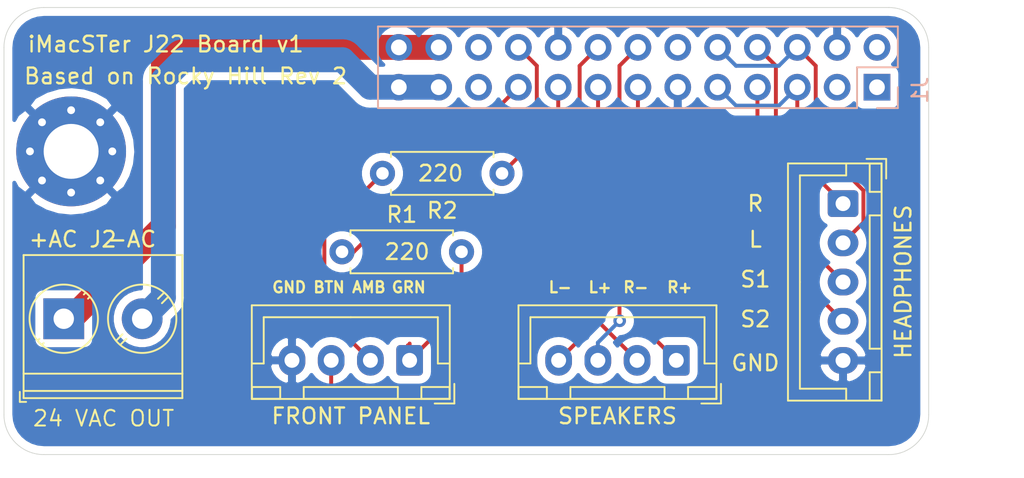
<source format=kicad_pcb>
(kicad_pcb (version 20171130) (host pcbnew "(5.1.10-1-10_14)")

  (general
    (thickness 1.6)
    (drawings 28)
    (tracks 62)
    (zones 0)
    (modules 8)
    (nets 17)
  )

  (page A)
  (title_block
    (date 2020-03-10)
    (rev 2)
    (comment 2 "headphones,mic,power button and 24VAC")
    (comment 3 "J22 adapter board is a breakout board for speakers,")
    (comment 4 "Rocky Hill")
  )

  (layers
    (0 F.Cu signal)
    (31 B.Cu signal)
    (32 B.Adhes user)
    (33 F.Adhes user)
    (34 B.Paste user)
    (35 F.Paste user)
    (36 B.SilkS user)
    (37 F.SilkS user)
    (38 B.Mask user)
    (39 F.Mask user)
    (40 Dwgs.User user)
    (41 Cmts.User user)
    (42 Eco1.User user)
    (43 Eco2.User user)
    (44 Edge.Cuts user)
    (45 Margin user)
    (46 B.CrtYd user)
    (47 F.CrtYd user)
    (48 B.Fab user)
    (49 F.Fab user hide)
  )

  (setup
    (last_trace_width 0.25)
    (user_trace_width 1.5875)
    (trace_clearance 0.2)
    (zone_clearance 0.508)
    (zone_45_only no)
    (trace_min 0.2)
    (via_size 0.8)
    (via_drill 0.4)
    (via_min_size 0.4)
    (via_min_drill 0.3)
    (uvia_size 0.3)
    (uvia_drill 0.1)
    (uvias_allowed no)
    (uvia_min_size 0.2)
    (uvia_min_drill 0.1)
    (edge_width 0.05)
    (segment_width 0.2)
    (pcb_text_width 0.3)
    (pcb_text_size 1.5 1.5)
    (mod_edge_width 0.12)
    (mod_text_size 1 1)
    (mod_text_width 0.15)
    (pad_size 1.7 1.7)
    (pad_drill 1)
    (pad_to_mask_clearance 0.051)
    (solder_mask_min_width 0.25)
    (aux_axis_origin 0 0)
    (grid_origin 106.04 116.64)
    (visible_elements FFFFFF7F)
    (pcbplotparams
      (layerselection 0x010fc_ffffffff)
      (usegerberextensions false)
      (usegerberattributes false)
      (usegerberadvancedattributes false)
      (creategerberjobfile false)
      (excludeedgelayer true)
      (linewidth 0.100000)
      (plotframeref false)
      (viasonmask false)
      (mode 1)
      (useauxorigin false)
      (hpglpennumber 1)
      (hpglpenspeed 20)
      (hpglpendiameter 15.000000)
      (psnegative false)
      (psa4output false)
      (plotreference true)
      (plotvalue true)
      (plotinvisibletext false)
      (padsonsilk false)
      (subtractmaskfromsilk false)
      (outputformat 1)
      (mirror false)
      (drillshape 0)
      (scaleselection 1)
      (outputdirectory "gerber/"))
  )

  (net 0 "")
  (net 1 GNDREF)
  (net 2 /HEADPHONE_1_SENSE)
  (net 3 /HEADPHONE_1_RIGHT)
  (net 4 /HEADPHONE_1_LEFT)
  (net 5 /+RIGHT_SPEAKER)
  (net 6 /+LEFT_SPEAKER)
  (net 7 /-RIGHT_SPEAKER)
  (net 8 /-LEFT_SPEAKER)
  (net 9 /POWER_BUTTON)
  (net 10 /+GREEN_LED)
  (net 11 /+AMBER_LED)
  (net 12 /-AC)
  (net 13 /+AC)
  (net 14 "Net-(J3-Pad2)")
  (net 15 "Net-(J3-Pad1)")
  (net 16 /HEADPHONE_2_SENSE)

  (net_class Default "This is the default net class."
    (clearance 0.2)
    (trace_width 0.25)
    (via_dia 0.8)
    (via_drill 0.4)
    (uvia_dia 0.3)
    (uvia_drill 0.1)
    (add_net /+AC)
    (add_net /+AMBER_LED)
    (add_net /+GREEN_LED)
    (add_net /+LEFT_SPEAKER)
    (add_net /+RIGHT_SPEAKER)
    (add_net /-AC)
    (add_net /-LEFT_SPEAKER)
    (add_net /-RIGHT_SPEAKER)
    (add_net /HEADPHONE_1_LEFT)
    (add_net /HEADPHONE_1_RIGHT)
    (add_net /HEADPHONE_1_SENSE)
    (add_net /HEADPHONE_2_SENSE)
    (add_net /POWER_BUTTON)
    (add_net GNDREF)
    (add_net "Net-(J1-Pad1)")
    (add_net "Net-(J1-Pad12)")
    (add_net "Net-(J1-Pad2)")
    (add_net "Net-(J1-Pad21)")
    (add_net "Net-(J1-Pad22)")
    (add_net "Net-(J1-Pad3)")
    (add_net "Net-(J3-Pad1)")
    (add_net "Net-(J3-Pad2)")
  )

  (module Resistor_THT:R_Axial_DIN0207_L6.3mm_D2.5mm_P7.62mm_Horizontal (layer F.Cu) (tedit 5AE5139B) (tstamp 5E6CCD3D)
    (at 137.64 97.44 180)
    (descr "Resistor, Axial_DIN0207 series, Axial, Horizontal, pin pitch=7.62mm, 0.25W = 1/4W, length*diameter=6.3*2.5mm^2, http://cdn-reichelt.de/documents/datenblatt/B400/1_4W%23YAG.pdf")
    (tags "Resistor Axial_DIN0207 series Axial Horizontal pin pitch 7.62mm 0.25W = 1/4W length 6.3mm diameter 2.5mm")
    (path /5E6EFBD0)
    (fp_text reference R2 (at 3.81 -2.37) (layer F.SilkS)
      (effects (font (size 1 1) (thickness 0.15)))
    )
    (fp_text value 220 (at 3.81 2.37) (layer F.Fab)
      (effects (font (size 1 1) (thickness 0.15)))
    )
    (fp_text user %R (at 3.81 0) (layer F.Fab)
      (effects (font (size 1 1) (thickness 0.15)))
    )
    (fp_line (start 0.66 -1.25) (end 0.66 1.25) (layer F.Fab) (width 0.1))
    (fp_line (start 0.66 1.25) (end 6.96 1.25) (layer F.Fab) (width 0.1))
    (fp_line (start 6.96 1.25) (end 6.96 -1.25) (layer F.Fab) (width 0.1))
    (fp_line (start 6.96 -1.25) (end 0.66 -1.25) (layer F.Fab) (width 0.1))
    (fp_line (start 0 0) (end 0.66 0) (layer F.Fab) (width 0.1))
    (fp_line (start 7.62 0) (end 6.96 0) (layer F.Fab) (width 0.1))
    (fp_line (start 0.54 -1.04) (end 0.54 -1.37) (layer F.SilkS) (width 0.12))
    (fp_line (start 0.54 -1.37) (end 7.08 -1.37) (layer F.SilkS) (width 0.12))
    (fp_line (start 7.08 -1.37) (end 7.08 -1.04) (layer F.SilkS) (width 0.12))
    (fp_line (start 0.54 1.04) (end 0.54 1.37) (layer F.SilkS) (width 0.12))
    (fp_line (start 0.54 1.37) (end 7.08 1.37) (layer F.SilkS) (width 0.12))
    (fp_line (start 7.08 1.37) (end 7.08 1.04) (layer F.SilkS) (width 0.12))
    (fp_line (start -1.05 -1.5) (end -1.05 1.5) (layer F.CrtYd) (width 0.05))
    (fp_line (start -1.05 1.5) (end 8.67 1.5) (layer F.CrtYd) (width 0.05))
    (fp_line (start 8.67 1.5) (end 8.67 -1.5) (layer F.CrtYd) (width 0.05))
    (fp_line (start 8.67 -1.5) (end -1.05 -1.5) (layer F.CrtYd) (width 0.05))
    (pad 2 thru_hole oval (at 7.62 0 180) (size 1.6 1.6) (drill 0.8) (layers *.Cu *.Mask)
      (net 14 "Net-(J3-Pad2)"))
    (pad 1 thru_hole circle (at 0 0 180) (size 1.6 1.6) (drill 0.8) (layers *.Cu *.Mask)
      (net 11 /+AMBER_LED))
    (model ${KISYS3DMOD}/Resistor_THT.3dshapes/R_Axial_DIN0207_L6.3mm_D2.5mm_P7.62mm_Horizontal.wrl
      (at (xyz 0 0 0))
      (scale (xyz 1 1 1))
      (rotate (xyz 0 0 0))
    )
  )

  (module Resistor_THT:R_Axial_DIN0207_L6.3mm_D2.5mm_P7.62mm_Horizontal (layer F.Cu) (tedit 5AE5139B) (tstamp 5E6D23CA)
    (at 127.44 102.44)
    (descr "Resistor, Axial_DIN0207 series, Axial, Horizontal, pin pitch=7.62mm, 0.25W = 1/4W, length*diameter=6.3*2.5mm^2, http://cdn-reichelt.de/documents/datenblatt/B400/1_4W%23YAG.pdf")
    (tags "Resistor Axial_DIN0207 series Axial Horizontal pin pitch 7.62mm 0.25W = 1/4W length 6.3mm diameter 2.5mm")
    (path /5E6F12A4)
    (fp_text reference R1 (at 3.81 -2.37) (layer F.SilkS)
      (effects (font (size 1 1) (thickness 0.15)))
    )
    (fp_text value 220 (at 3.81 2.37) (layer F.Fab)
      (effects (font (size 1 1) (thickness 0.15)))
    )
    (fp_text user %R (at 3.81 0) (layer F.Fab)
      (effects (font (size 1 1) (thickness 0.15)))
    )
    (fp_line (start 0.66 -1.25) (end 0.66 1.25) (layer F.Fab) (width 0.1))
    (fp_line (start 0.66 1.25) (end 6.96 1.25) (layer F.Fab) (width 0.1))
    (fp_line (start 6.96 1.25) (end 6.96 -1.25) (layer F.Fab) (width 0.1))
    (fp_line (start 6.96 -1.25) (end 0.66 -1.25) (layer F.Fab) (width 0.1))
    (fp_line (start 0 0) (end 0.66 0) (layer F.Fab) (width 0.1))
    (fp_line (start 7.62 0) (end 6.96 0) (layer F.Fab) (width 0.1))
    (fp_line (start 0.54 -1.04) (end 0.54 -1.37) (layer F.SilkS) (width 0.12))
    (fp_line (start 0.54 -1.37) (end 7.08 -1.37) (layer F.SilkS) (width 0.12))
    (fp_line (start 7.08 -1.37) (end 7.08 -1.04) (layer F.SilkS) (width 0.12))
    (fp_line (start 0.54 1.04) (end 0.54 1.37) (layer F.SilkS) (width 0.12))
    (fp_line (start 0.54 1.37) (end 7.08 1.37) (layer F.SilkS) (width 0.12))
    (fp_line (start 7.08 1.37) (end 7.08 1.04) (layer F.SilkS) (width 0.12))
    (fp_line (start -1.05 -1.5) (end -1.05 1.5) (layer F.CrtYd) (width 0.05))
    (fp_line (start -1.05 1.5) (end 8.67 1.5) (layer F.CrtYd) (width 0.05))
    (fp_line (start 8.67 1.5) (end 8.67 -1.5) (layer F.CrtYd) (width 0.05))
    (fp_line (start 8.67 -1.5) (end -1.05 -1.5) (layer F.CrtYd) (width 0.05))
    (pad 2 thru_hole oval (at 7.62 0) (size 1.6 1.6) (drill 0.8) (layers *.Cu *.Mask)
      (net 15 "Net-(J3-Pad1)"))
    (pad 1 thru_hole circle (at 0 0) (size 1.6 1.6) (drill 0.8) (layers *.Cu *.Mask)
      (net 10 /+GREEN_LED))
    (model ${KISYS3DMOD}/Resistor_THT.3dshapes/R_Axial_DIN0207_L6.3mm_D2.5mm_P7.62mm_Horizontal.wrl
      (at (xyz 0 0 0))
      (scale (xyz 1 1 1))
      (rotate (xyz 0 0 0))
    )
  )

  (module Connector_JST:JST_XH_B5B-XH-A_1x05_P2.50mm_Vertical (layer F.Cu) (tedit 5C28146C) (tstamp 60F3BDAB)
    (at 159.38 99.368 270)
    (descr "JST XH series connector, B5B-XH-A (http://www.jst-mfg.com/product/pdf/eng/eXH.pdf), generated with kicad-footprint-generator")
    (tags "connector JST XH vertical")
    (path /60F48977)
    (fp_text reference HEADPHONES (at 4.98 -3.84 90) (layer F.SilkS)
      (effects (font (size 1 1) (thickness 0.15)))
    )
    (fp_text value Conn_01x04_Male (at 5 4.6 90) (layer F.Fab)
      (effects (font (size 1 1) (thickness 0.15)))
    )
    (fp_text user %R (at 5 2.7 90) (layer F.Fab)
      (effects (font (size 1 1) (thickness 0.15)))
    )
    (fp_line (start -2.45 -2.35) (end -2.45 3.4) (layer F.Fab) (width 0.1))
    (fp_line (start -2.45 3.4) (end 12.45 3.4) (layer F.Fab) (width 0.1))
    (fp_line (start 12.45 3.4) (end 12.45 -2.35) (layer F.Fab) (width 0.1))
    (fp_line (start 12.45 -2.35) (end -2.45 -2.35) (layer F.Fab) (width 0.1))
    (fp_line (start -2.56 -2.46) (end -2.56 3.51) (layer F.SilkS) (width 0.12))
    (fp_line (start -2.56 3.51) (end 12.56 3.51) (layer F.SilkS) (width 0.12))
    (fp_line (start 12.56 3.51) (end 12.56 -2.46) (layer F.SilkS) (width 0.12))
    (fp_line (start 12.56 -2.46) (end -2.56 -2.46) (layer F.SilkS) (width 0.12))
    (fp_line (start -2.95 -2.85) (end -2.95 3.9) (layer F.CrtYd) (width 0.05))
    (fp_line (start -2.95 3.9) (end 12.95 3.9) (layer F.CrtYd) (width 0.05))
    (fp_line (start 12.95 3.9) (end 12.95 -2.85) (layer F.CrtYd) (width 0.05))
    (fp_line (start 12.95 -2.85) (end -2.95 -2.85) (layer F.CrtYd) (width 0.05))
    (fp_line (start -0.625 -2.35) (end 0 -1.35) (layer F.Fab) (width 0.1))
    (fp_line (start 0 -1.35) (end 0.625 -2.35) (layer F.Fab) (width 0.1))
    (fp_line (start 0.75 -2.45) (end 0.75 -1.7) (layer F.SilkS) (width 0.12))
    (fp_line (start 0.75 -1.7) (end 9.25 -1.7) (layer F.SilkS) (width 0.12))
    (fp_line (start 9.25 -1.7) (end 9.25 -2.45) (layer F.SilkS) (width 0.12))
    (fp_line (start 9.25 -2.45) (end 0.75 -2.45) (layer F.SilkS) (width 0.12))
    (fp_line (start -2.55 -2.45) (end -2.55 -1.7) (layer F.SilkS) (width 0.12))
    (fp_line (start -2.55 -1.7) (end -0.75 -1.7) (layer F.SilkS) (width 0.12))
    (fp_line (start -0.75 -1.7) (end -0.75 -2.45) (layer F.SilkS) (width 0.12))
    (fp_line (start -0.75 -2.45) (end -2.55 -2.45) (layer F.SilkS) (width 0.12))
    (fp_line (start 10.75 -2.45) (end 10.75 -1.7) (layer F.SilkS) (width 0.12))
    (fp_line (start 10.75 -1.7) (end 12.55 -1.7) (layer F.SilkS) (width 0.12))
    (fp_line (start 12.55 -1.7) (end 12.55 -2.45) (layer F.SilkS) (width 0.12))
    (fp_line (start 12.55 -2.45) (end 10.75 -2.45) (layer F.SilkS) (width 0.12))
    (fp_line (start -2.55 -0.2) (end -1.8 -0.2) (layer F.SilkS) (width 0.12))
    (fp_line (start -1.8 -0.2) (end -1.8 2.75) (layer F.SilkS) (width 0.12))
    (fp_line (start -1.8 2.75) (end 5 2.75) (layer F.SilkS) (width 0.12))
    (fp_line (start 12.55 -0.2) (end 11.8 -0.2) (layer F.SilkS) (width 0.12))
    (fp_line (start 11.8 -0.2) (end 11.8 2.75) (layer F.SilkS) (width 0.12))
    (fp_line (start 11.8 2.75) (end 5 2.75) (layer F.SilkS) (width 0.12))
    (fp_line (start -1.6 -2.75) (end -2.85 -2.75) (layer F.SilkS) (width 0.12))
    (fp_line (start -2.85 -2.75) (end -2.85 -1.5) (layer F.SilkS) (width 0.12))
    (pad 5 thru_hole oval (at 10 0 270) (size 1.7 1.95) (drill 0.95) (layers *.Cu *.Mask)
      (net 1 GNDREF))
    (pad 4 thru_hole oval (at 7.5 0 270) (size 1.7 1.95) (drill 0.95) (layers *.Cu *.Mask)
      (net 16 /HEADPHONE_2_SENSE))
    (pad 3 thru_hole oval (at 5 0 270) (size 1.7 1.95) (drill 0.95) (layers *.Cu *.Mask)
      (net 2 /HEADPHONE_1_SENSE))
    (pad 2 thru_hole oval (at 2.5 0 270) (size 1.7 1.95) (drill 0.95) (layers *.Cu *.Mask)
      (net 4 /HEADPHONE_1_LEFT))
    (pad 1 thru_hole roundrect (at 0 0 270) (size 1.7 1.95) (drill 0.95) (layers *.Cu *.Mask) (roundrect_rratio 0.147059)
      (net 3 /HEADPHONE_1_RIGHT))
    (model ${KISYS3DMOD}/Connector_JST.3dshapes/JST_XH_B5B-XH-A_1x05_P2.50mm_Vertical.wrl
      (at (xyz 0 0 0))
      (scale (xyz 1 1 1))
      (rotate (xyz 0 0 0))
    )
  )

  (module Connector_PinHeader_2.54mm:PinHeader_2x13_P2.54mm_Vertical (layer B.Cu) (tedit 59FED5CC) (tstamp 5E67C9B0)
    (at 161.544 91.948 90)
    (descr "Through hole straight pin header, 2x13, 2.54mm pitch, double rows")
    (tags "Through hole pin header THT 2x13 2.54mm double row")
    (path /5E67C6F3)
    (fp_text reference J1 (at -0.192 2.746 90) (layer B.SilkS)
      (effects (font (size 1 1) (thickness 0.15)) (justify mirror))
    )
    (fp_text value Conn_02x13_Odd_Even (at -4.37 -14.722 180) (layer B.Fab)
      (effects (font (size 1 1) (thickness 0.15)) (justify mirror))
    )
    (fp_line (start 0 1.27) (end 3.81 1.27) (layer B.Fab) (width 0.1))
    (fp_line (start 3.81 1.27) (end 3.81 -31.75) (layer B.Fab) (width 0.1))
    (fp_line (start 3.81 -31.75) (end -1.27 -31.75) (layer B.Fab) (width 0.1))
    (fp_line (start -1.27 -31.75) (end -1.27 0) (layer B.Fab) (width 0.1))
    (fp_line (start -1.27 0) (end 0 1.27) (layer B.Fab) (width 0.1))
    (fp_line (start -1.33 -31.81) (end 3.87 -31.81) (layer B.SilkS) (width 0.12))
    (fp_line (start -1.33 -1.27) (end -1.33 -31.81) (layer B.SilkS) (width 0.12))
    (fp_line (start 3.87 1.33) (end 3.87 -31.81) (layer B.SilkS) (width 0.12))
    (fp_line (start -1.33 -1.27) (end 1.27 -1.27) (layer B.SilkS) (width 0.12))
    (fp_line (start 1.27 -1.27) (end 1.27 1.33) (layer B.SilkS) (width 0.12))
    (fp_line (start 1.27 1.33) (end 3.87 1.33) (layer B.SilkS) (width 0.12))
    (fp_line (start -1.33 0) (end -1.33 1.33) (layer B.SilkS) (width 0.12))
    (fp_line (start -1.33 1.33) (end 0 1.33) (layer B.SilkS) (width 0.12))
    (fp_line (start -1.8 1.8) (end -1.8 -32.25) (layer B.CrtYd) (width 0.05))
    (fp_line (start -1.8 -32.25) (end 4.35 -32.25) (layer B.CrtYd) (width 0.05))
    (fp_line (start 4.35 -32.25) (end 4.35 1.8) (layer B.CrtYd) (width 0.05))
    (fp_line (start 4.35 1.8) (end -1.8 1.8) (layer B.CrtYd) (width 0.05))
    (fp_text user %R (at 1.27 -15.24 180) (layer B.Fab)
      (effects (font (size 1 1) (thickness 0.15)) (justify mirror))
    )
    (pad 1 thru_hole rect (at 0 0 90) (size 1.7 1.7) (drill 1) (layers *.Cu *.Mask))
    (pad 2 thru_hole oval (at 2.54 0 90) (size 1.7 1.7) (drill 1) (layers *.Cu *.Mask))
    (pad 3 thru_hole oval (at 0 -2.54 90) (size 1.7 1.7) (drill 1) (layers *.Cu *.Mask))
    (pad 4 thru_hole oval (at 2.54 -2.54 90) (size 1.7 1.7) (drill 1) (layers *.Cu *.Mask)
      (net 1 GNDREF))
    (pad 5 thru_hole oval (at 0 -5.08 90) (size 1.7 1.7) (drill 1) (layers *.Cu *.Mask)
      (net 3 /HEADPHONE_1_RIGHT))
    (pad 6 thru_hole oval (at 2.54 -5.08 90) (size 1.7 1.7) (drill 1) (layers *.Cu *.Mask)
      (net 4 /HEADPHONE_1_LEFT))
    (pad 7 thru_hole oval (at 0 -7.62 90) (size 1.7 1.7) (drill 1) (layers *.Cu *.Mask)
      (net 16 /HEADPHONE_2_SENSE))
    (pad 8 thru_hole oval (at 2.54 -7.62 90) (size 1.7 1.7) (drill 1) (layers *.Cu *.Mask)
      (net 2 /HEADPHONE_1_SENSE))
    (pad 9 thru_hole oval (at 0 -10.16 90) (size 1.7 1.7) (drill 1) (layers *.Cu *.Mask)
      (net 3 /HEADPHONE_1_RIGHT))
    (pad 10 thru_hole oval (at 2.54 -10.16 90) (size 1.7 1.7) (drill 1) (layers *.Cu *.Mask)
      (net 4 /HEADPHONE_1_LEFT))
    (pad 11 thru_hole oval (at 0 -12.7 90) (size 1.7 1.7) (drill 1) (layers *.Cu *.Mask)
      (net 1 GNDREF))
    (pad 12 thru_hole oval (at 2.54 -12.7 90) (size 1.7 1.7) (drill 1) (layers *.Cu *.Mask))
    (pad 13 thru_hole oval (at 0 -15.24 90) (size 1.7 1.7) (drill 1) (layers *.Cu *.Mask)
      (net 5 /+RIGHT_SPEAKER))
    (pad 14 thru_hole oval (at 2.54 -15.24 90) (size 1.7 1.7) (drill 1) (layers *.Cu *.Mask)
      (net 6 /+LEFT_SPEAKER))
    (pad 15 thru_hole oval (at 0 -17.78 90) (size 1.7 1.7) (drill 1) (layers *.Cu *.Mask)
      (net 7 /-RIGHT_SPEAKER))
    (pad 16 thru_hole oval (at 2.54 -17.78 90) (size 1.7 1.7) (drill 1) (layers *.Cu *.Mask)
      (net 8 /-LEFT_SPEAKER))
    (pad 17 thru_hole oval (at 0 -20.32 90) (size 1.7 1.7) (drill 1) (layers *.Cu *.Mask)
      (net 9 /POWER_BUTTON))
    (pad 18 thru_hole oval (at 2.54 -20.32 90) (size 1.7 1.7) (drill 1) (layers *.Cu *.Mask)
      (net 1 GNDREF))
    (pad 19 thru_hole oval (at 0 -22.86 90) (size 1.7 1.7) (drill 1) (layers *.Cu *.Mask)
      (net 10 /+GREEN_LED))
    (pad 20 thru_hole oval (at 2.54 -22.86 90) (size 1.7 1.7) (drill 1) (layers *.Cu *.Mask)
      (net 11 /+AMBER_LED))
    (pad 21 thru_hole oval (at 0 -25.4 90) (size 1.7 1.7) (drill 1) (layers *.Cu *.Mask))
    (pad 22 thru_hole oval (at 2.54 -25.4 90) (size 1.7 1.7) (drill 1) (layers *.Cu *.Mask))
    (pad 23 thru_hole oval (at 0 -27.94 90) (size 1.7 1.7) (drill 1) (layers *.Cu *.Mask)
      (net 12 /-AC))
    (pad 24 thru_hole oval (at 2.54 -27.94 90) (size 1.7 1.7) (drill 1) (layers *.Cu *.Mask)
      (net 13 /+AC))
    (pad 25 thru_hole oval (at 0 -30.48 90) (size 1.7 1.7) (drill 1) (layers *.Cu *.Mask)
      (net 12 /-AC))
    (pad 26 thru_hole oval (at 2.54 -30.48 90) (size 1.7 1.7) (drill 1) (layers *.Cu *.Mask)
      (net 13 /+AC))
    (model ${KISYS3DMOD}/Connector_PinHeader_2.54mm.3dshapes/PinHeader_2x13_P2.54mm_Vertical.wrl
      (at (xyz 0 0 0))
      (scale (xyz 1 1 1))
      (rotate (xyz 0 0 0))
    )
  )

  (module Connector_JST:JST_XH_B4B-XH-A_1x04_P2.50mm_Vertical (layer F.Cu) (tedit 5C28146C) (tstamp 5E6D2C4D)
    (at 148.75 109.36 180)
    (descr "JST XH series connector, B4B-XH-A (http://www.jst-mfg.com/product/pdf/eng/eXH.pdf), generated with kicad-footprint-generator")
    (tags "connector JST XH vertical")
    (path /60F3F6EA)
    (fp_text reference SPEAKERS (at 3.75 -3.55) (layer F.SilkS)
      (effects (font (size 1 1) (thickness 0.15)))
    )
    (fp_text value Conn_01x04_Male (at 3.75 4.6) (layer F.Fab)
      (effects (font (size 1 1) (thickness 0.15)))
    )
    (fp_line (start -2.85 -2.75) (end -2.85 -1.5) (layer F.SilkS) (width 0.12))
    (fp_line (start -1.6 -2.75) (end -2.85 -2.75) (layer F.SilkS) (width 0.12))
    (fp_line (start 9.3 2.75) (end 3.75 2.75) (layer F.SilkS) (width 0.12))
    (fp_line (start 9.3 -0.2) (end 9.3 2.75) (layer F.SilkS) (width 0.12))
    (fp_line (start 10.05 -0.2) (end 9.3 -0.2) (layer F.SilkS) (width 0.12))
    (fp_line (start -1.8 2.75) (end 3.75 2.75) (layer F.SilkS) (width 0.12))
    (fp_line (start -1.8 -0.2) (end -1.8 2.75) (layer F.SilkS) (width 0.12))
    (fp_line (start -2.55 -0.2) (end -1.8 -0.2) (layer F.SilkS) (width 0.12))
    (fp_line (start 10.05 -2.45) (end 8.25 -2.45) (layer F.SilkS) (width 0.12))
    (fp_line (start 10.05 -1.7) (end 10.05 -2.45) (layer F.SilkS) (width 0.12))
    (fp_line (start 8.25 -1.7) (end 10.05 -1.7) (layer F.SilkS) (width 0.12))
    (fp_line (start 8.25 -2.45) (end 8.25 -1.7) (layer F.SilkS) (width 0.12))
    (fp_line (start -0.75 -2.45) (end -2.55 -2.45) (layer F.SilkS) (width 0.12))
    (fp_line (start -0.75 -1.7) (end -0.75 -2.45) (layer F.SilkS) (width 0.12))
    (fp_line (start -2.55 -1.7) (end -0.75 -1.7) (layer F.SilkS) (width 0.12))
    (fp_line (start -2.55 -2.45) (end -2.55 -1.7) (layer F.SilkS) (width 0.12))
    (fp_line (start 6.75 -2.45) (end 0.75 -2.45) (layer F.SilkS) (width 0.12))
    (fp_line (start 6.75 -1.7) (end 6.75 -2.45) (layer F.SilkS) (width 0.12))
    (fp_line (start 0.75 -1.7) (end 6.75 -1.7) (layer F.SilkS) (width 0.12))
    (fp_line (start 0.75 -2.45) (end 0.75 -1.7) (layer F.SilkS) (width 0.12))
    (fp_line (start 0 -1.35) (end 0.625 -2.35) (layer F.Fab) (width 0.1))
    (fp_line (start -0.625 -2.35) (end 0 -1.35) (layer F.Fab) (width 0.1))
    (fp_line (start 10.45 -2.85) (end -2.95 -2.85) (layer F.CrtYd) (width 0.05))
    (fp_line (start 10.45 3.9) (end 10.45 -2.85) (layer F.CrtYd) (width 0.05))
    (fp_line (start -2.95 3.9) (end 10.45 3.9) (layer F.CrtYd) (width 0.05))
    (fp_line (start -2.95 -2.85) (end -2.95 3.9) (layer F.CrtYd) (width 0.05))
    (fp_line (start 10.06 -2.46) (end -2.56 -2.46) (layer F.SilkS) (width 0.12))
    (fp_line (start 10.06 3.51) (end 10.06 -2.46) (layer F.SilkS) (width 0.12))
    (fp_line (start -2.56 3.51) (end 10.06 3.51) (layer F.SilkS) (width 0.12))
    (fp_line (start -2.56 -2.46) (end -2.56 3.51) (layer F.SilkS) (width 0.12))
    (fp_line (start 9.95 -2.35) (end -2.45 -2.35) (layer F.Fab) (width 0.1))
    (fp_line (start 9.95 3.4) (end 9.95 -2.35) (layer F.Fab) (width 0.1))
    (fp_line (start -2.45 3.4) (end 9.95 3.4) (layer F.Fab) (width 0.1))
    (fp_line (start -2.45 -2.35) (end -2.45 3.4) (layer F.Fab) (width 0.1))
    (fp_text user %R (at 3.75 2.7) (layer F.Fab)
      (effects (font (size 1 1) (thickness 0.15)))
    )
    (pad 4 thru_hole oval (at 7.5 0 180) (size 1.7 1.95) (drill 0.95) (layers *.Cu *.Mask)
      (net 8 /-LEFT_SPEAKER))
    (pad 3 thru_hole oval (at 5 0 180) (size 1.7 1.95) (drill 0.95) (layers *.Cu *.Mask)
      (net 6 /+LEFT_SPEAKER))
    (pad 2 thru_hole oval (at 2.5 0 180) (size 1.7 1.95) (drill 0.95) (layers *.Cu *.Mask)
      (net 7 /-RIGHT_SPEAKER))
    (pad 1 thru_hole roundrect (at 0 0 180) (size 1.7 1.95) (drill 0.95) (layers *.Cu *.Mask) (roundrect_rratio 0.147059)
      (net 5 /+RIGHT_SPEAKER))
    (model ${KISYS3DMOD}/Connector_JST.3dshapes/JST_XH_B4B-XH-A_1x04_P2.50mm_Vertical.wrl
      (at (xyz 0 0 0))
      (scale (xyz 1 1 1))
      (rotate (xyz 0 0 0))
    )
  )

  (module Connector_JST:JST_XH_B4B-XH-A_1x04_P2.50mm_Vertical (layer F.Cu) (tedit 5C28146C) (tstamp 5E6D11D7)
    (at 131.75 109.36 180)
    (descr "JST XH series connector, B4B-XH-A (http://www.jst-mfg.com/product/pdf/eng/eXH.pdf), generated with kicad-footprint-generator")
    (tags "connector JST XH vertical")
    (path /60F34328)
    (fp_text reference "FRONT PANEL" (at 3.75 -3.55) (layer F.SilkS)
      (effects (font (size 1 1) (thickness 0.15)))
    )
    (fp_text value Conn_01x04_Male (at 3.75 4.6) (layer F.Fab)
      (effects (font (size 1 1) (thickness 0.15)))
    )
    (fp_line (start -2.85 -2.75) (end -2.85 -1.5) (layer F.SilkS) (width 0.12))
    (fp_line (start -1.6 -2.75) (end -2.85 -2.75) (layer F.SilkS) (width 0.12))
    (fp_line (start 9.3 2.75) (end 3.75 2.75) (layer F.SilkS) (width 0.12))
    (fp_line (start 9.3 -0.2) (end 9.3 2.75) (layer F.SilkS) (width 0.12))
    (fp_line (start 10.05 -0.2) (end 9.3 -0.2) (layer F.SilkS) (width 0.12))
    (fp_line (start -1.8 2.75) (end 3.75 2.75) (layer F.SilkS) (width 0.12))
    (fp_line (start -1.8 -0.2) (end -1.8 2.75) (layer F.SilkS) (width 0.12))
    (fp_line (start -2.55 -0.2) (end -1.8 -0.2) (layer F.SilkS) (width 0.12))
    (fp_line (start 10.05 -2.45) (end 8.25 -2.45) (layer F.SilkS) (width 0.12))
    (fp_line (start 10.05 -1.7) (end 10.05 -2.45) (layer F.SilkS) (width 0.12))
    (fp_line (start 8.25 -1.7) (end 10.05 -1.7) (layer F.SilkS) (width 0.12))
    (fp_line (start 8.25 -2.45) (end 8.25 -1.7) (layer F.SilkS) (width 0.12))
    (fp_line (start -0.75 -2.45) (end -2.55 -2.45) (layer F.SilkS) (width 0.12))
    (fp_line (start -0.75 -1.7) (end -0.75 -2.45) (layer F.SilkS) (width 0.12))
    (fp_line (start -2.55 -1.7) (end -0.75 -1.7) (layer F.SilkS) (width 0.12))
    (fp_line (start -2.55 -2.45) (end -2.55 -1.7) (layer F.SilkS) (width 0.12))
    (fp_line (start 6.75 -2.45) (end 0.75 -2.45) (layer F.SilkS) (width 0.12))
    (fp_line (start 6.75 -1.7) (end 6.75 -2.45) (layer F.SilkS) (width 0.12))
    (fp_line (start 0.75 -1.7) (end 6.75 -1.7) (layer F.SilkS) (width 0.12))
    (fp_line (start 0.75 -2.45) (end 0.75 -1.7) (layer F.SilkS) (width 0.12))
    (fp_line (start 0 -1.35) (end 0.625 -2.35) (layer F.Fab) (width 0.1))
    (fp_line (start -0.625 -2.35) (end 0 -1.35) (layer F.Fab) (width 0.1))
    (fp_line (start 10.45 -2.85) (end -2.95 -2.85) (layer F.CrtYd) (width 0.05))
    (fp_line (start 10.45 3.9) (end 10.45 -2.85) (layer F.CrtYd) (width 0.05))
    (fp_line (start -2.95 3.9) (end 10.45 3.9) (layer F.CrtYd) (width 0.05))
    (fp_line (start -2.95 -2.85) (end -2.95 3.9) (layer F.CrtYd) (width 0.05))
    (fp_line (start 10.06 -2.46) (end -2.56 -2.46) (layer F.SilkS) (width 0.12))
    (fp_line (start 10.06 3.51) (end 10.06 -2.46) (layer F.SilkS) (width 0.12))
    (fp_line (start -2.56 3.51) (end 10.06 3.51) (layer F.SilkS) (width 0.12))
    (fp_line (start -2.56 -2.46) (end -2.56 3.51) (layer F.SilkS) (width 0.12))
    (fp_line (start 9.95 -2.35) (end -2.45 -2.35) (layer F.Fab) (width 0.1))
    (fp_line (start 9.95 3.4) (end 9.95 -2.35) (layer F.Fab) (width 0.1))
    (fp_line (start -2.45 3.4) (end 9.95 3.4) (layer F.Fab) (width 0.1))
    (fp_line (start -2.45 -2.35) (end -2.45 3.4) (layer F.Fab) (width 0.1))
    (fp_text user %R (at 3.75 2.7) (layer F.Fab)
      (effects (font (size 1 1) (thickness 0.15)))
    )
    (pad 4 thru_hole oval (at 7.5 0 180) (size 1.7 1.95) (drill 0.95) (layers *.Cu *.Mask)
      (net 1 GNDREF))
    (pad 3 thru_hole oval (at 5 0 180) (size 1.7 1.95) (drill 0.95) (layers *.Cu *.Mask)
      (net 9 /POWER_BUTTON))
    (pad 2 thru_hole oval (at 2.5 0 180) (size 1.7 1.95) (drill 0.95) (layers *.Cu *.Mask)
      (net 14 "Net-(J3-Pad2)"))
    (pad 1 thru_hole roundrect (at 0 0 180) (size 1.7 1.95) (drill 0.95) (layers *.Cu *.Mask) (roundrect_rratio 0.147059)
      (net 15 "Net-(J3-Pad1)"))
    (model ${KISYS3DMOD}/Connector_JST.3dshapes/JST_XH_B4B-XH-A_1x04_P2.50mm_Vertical.wrl
      (at (xyz 0 0 0))
      (scale (xyz 1 1 1))
      (rotate (xyz 0 0 0))
    )
  )

  (module TerminalBlock_Phoenix:TerminalBlock_Phoenix_PT-1,5-2-5.0-H_1x02_P5.00mm_Horizontal (layer F.Cu) (tedit 5B294F69) (tstamp 5E7B6262)
    (at 109.702 106.708)
    (descr "Terminal Block Phoenix PT-1,5-2-5.0-H, 2 pins, pitch 5mm, size 10x9mm^2, drill diamater 1.3mm, pad diameter 2.6mm, see http://www.mouser.com/ds/2/324/ItemDetail_1935161-922578.pdf, script-generated using https://github.com/pointhi/kicad-footprint-generator/scripts/TerminalBlock_Phoenix")
    (tags "THT Terminal Block Phoenix PT-1,5-2-5.0-H pitch 5mm size 10x9mm^2 drill 1.3mm pad 2.6mm")
    (path /5E7501BB)
    (fp_text reference J2 (at 2.5 -5.06) (layer F.SilkS)
      (effects (font (size 1 1) (thickness 0.15)))
    )
    (fp_text value "AC Power" (at 2.5 6.06) (layer F.Fab)
      (effects (font (size 1 1) (thickness 0.15)))
    )
    (fp_line (start 8 -4.5) (end -3 -4.5) (layer F.CrtYd) (width 0.05))
    (fp_line (start 8 5.5) (end 8 -4.5) (layer F.CrtYd) (width 0.05))
    (fp_line (start -3 5.5) (end 8 5.5) (layer F.CrtYd) (width 0.05))
    (fp_line (start -3 -4.5) (end -3 5.5) (layer F.CrtYd) (width 0.05))
    (fp_line (start -2.8 5.3) (end -2.4 5.3) (layer F.SilkS) (width 0.12))
    (fp_line (start -2.8 4.66) (end -2.8 5.3) (layer F.SilkS) (width 0.12))
    (fp_line (start 3.742 0.992) (end 3.347 1.388) (layer F.SilkS) (width 0.12))
    (fp_line (start 6.388 -1.654) (end 6.008 -1.274) (layer F.SilkS) (width 0.12))
    (fp_line (start 3.993 1.274) (end 3.613 1.654) (layer F.SilkS) (width 0.12))
    (fp_line (start 6.654 -1.388) (end 6.259 -0.992) (layer F.SilkS) (width 0.12))
    (fp_line (start 6.273 -1.517) (end 3.484 1.273) (layer F.Fab) (width 0.1))
    (fp_line (start 6.517 -1.273) (end 3.728 1.517) (layer F.Fab) (width 0.1))
    (fp_line (start -1.548 1.281) (end -1.654 1.388) (layer F.SilkS) (width 0.12))
    (fp_line (start 1.388 -1.654) (end 1.281 -1.547) (layer F.SilkS) (width 0.12))
    (fp_line (start -1.282 1.547) (end -1.388 1.654) (layer F.SilkS) (width 0.12))
    (fp_line (start 1.654 -1.388) (end 1.547 -1.281) (layer F.SilkS) (width 0.12))
    (fp_line (start 1.273 -1.517) (end -1.517 1.273) (layer F.Fab) (width 0.1))
    (fp_line (start 1.517 -1.273) (end -1.273 1.517) (layer F.Fab) (width 0.1))
    (fp_line (start 7.56 -4.06) (end 7.56 5.06) (layer F.SilkS) (width 0.12))
    (fp_line (start -2.56 -4.06) (end -2.56 5.06) (layer F.SilkS) (width 0.12))
    (fp_line (start -2.56 5.06) (end 7.56 5.06) (layer F.SilkS) (width 0.12))
    (fp_line (start -2.56 -4.06) (end 7.56 -4.06) (layer F.SilkS) (width 0.12))
    (fp_line (start -2.56 3.5) (end 7.56 3.5) (layer F.SilkS) (width 0.12))
    (fp_line (start -2.5 3.5) (end 7.5 3.5) (layer F.Fab) (width 0.1))
    (fp_line (start -2.56 4.6) (end 7.56 4.6) (layer F.SilkS) (width 0.12))
    (fp_line (start -2.5 4.6) (end 7.5 4.6) (layer F.Fab) (width 0.1))
    (fp_line (start -2.5 4.6) (end -2.5 -4) (layer F.Fab) (width 0.1))
    (fp_line (start -2.1 5) (end -2.5 4.6) (layer F.Fab) (width 0.1))
    (fp_line (start 7.5 5) (end -2.1 5) (layer F.Fab) (width 0.1))
    (fp_line (start 7.5 -4) (end 7.5 5) (layer F.Fab) (width 0.1))
    (fp_line (start -2.5 -4) (end 7.5 -4) (layer F.Fab) (width 0.1))
    (fp_circle (center 5 0) (end 7.18 0) (layer F.SilkS) (width 0.12))
    (fp_circle (center 5 0) (end 7 0) (layer F.Fab) (width 0.1))
    (fp_circle (center 0 0) (end 2.18 0) (layer F.SilkS) (width 0.12))
    (fp_circle (center 0 0) (end 2 0) (layer F.Fab) (width 0.1))
    (fp_text user %R (at 2.5 2.9) (layer F.Fab)
      (effects (font (size 1 1) (thickness 0.15)))
    )
    (pad 2 thru_hole circle (at 5 0) (size 2.6 2.6) (drill 1.3) (layers *.Cu *.Mask)
      (net 12 /-AC))
    (pad 1 thru_hole rect (at 0 0) (size 2.6 2.6) (drill 1.3) (layers *.Cu *.Mask)
      (net 13 /+AC))
    (model ${KISYS3DMOD}/TerminalBlock_Phoenix.3dshapes/TerminalBlock_Phoenix_PT-1,5-2-5.0-H_1x02_P5.00mm_Horizontal.wrl
      (at (xyz 0 0 0))
      (scale (xyz 1 1 1))
      (rotate (xyz 0 0 0))
    )
  )

  (module MountingHole:MountingHole_3.5mm_Pad_Via (layer F.Cu) (tedit 56DDBDB4) (tstamp 60FD2137)
    (at 110.172 96.038)
    (descr "Mounting Hole 3.5mm")
    (tags "mounting hole 3.5mm")
    (path /5E6841C1)
    (attr virtual)
    (fp_text reference H1 (at 0 -4.5) (layer F.SilkS) hide
      (effects (font (size 1 1) (thickness 0.15)))
    )
    (fp_text value MountingHole_Pad (at 0 4.5) (layer F.Fab)
      (effects (font (size 1 1) (thickness 0.15)))
    )
    (fp_circle (center 0 0) (end 3.75 0) (layer F.CrtYd) (width 0.05))
    (fp_circle (center 0 0) (end 3.5 0) (layer Cmts.User) (width 0.15))
    (fp_text user %R (at 0.3 0) (layer F.Fab)
      (effects (font (size 1 1) (thickness 0.15)))
    )
    (pad 1 thru_hole circle (at 1.856155 -1.856155) (size 0.8 0.8) (drill 0.5) (layers *.Cu *.Mask)
      (net 1 GNDREF))
    (pad 1 thru_hole circle (at 0 -2.625) (size 0.8 0.8) (drill 0.5) (layers *.Cu *.Mask)
      (net 1 GNDREF))
    (pad 1 thru_hole circle (at -1.856155 -1.856155) (size 0.8 0.8) (drill 0.5) (layers *.Cu *.Mask)
      (net 1 GNDREF))
    (pad 1 thru_hole circle (at -2.625 0) (size 0.8 0.8) (drill 0.5) (layers *.Cu *.Mask)
      (net 1 GNDREF))
    (pad 1 thru_hole circle (at -1.856155 1.856155) (size 0.8 0.8) (drill 0.5) (layers *.Cu *.Mask)
      (net 1 GNDREF))
    (pad 1 thru_hole circle (at 0 2.625) (size 0.8 0.8) (drill 0.5) (layers *.Cu *.Mask)
      (net 1 GNDREF))
    (pad 1 thru_hole circle (at 1.856155 1.856155) (size 0.8 0.8) (drill 0.5) (layers *.Cu *.Mask)
      (net 1 GNDREF))
    (pad 1 thru_hole circle (at 2.625 0) (size 0.8 0.8) (drill 0.5) (layers *.Cu *.Mask)
      (net 1 GNDREF))
    (pad 1 thru_hole circle (at 0 0) (size 7 7) (drill 3.5) (layers *.Cu *.Mask)
      (net 1 GNDREF))
  )

  (gr_text GND (at 153.792 109.528) (layer F.SilkS) (tstamp 60FD22E2)
    (effects (font (size 1 1) (thickness 0.15)))
  )
  (gr_text S2 (at 153.792 106.734) (layer F.SilkS) (tstamp 60FD22DC)
    (effects (font (size 1 1) (thickness 0.15)))
  )
  (gr_text S1 (at 153.792 104.194) (layer F.SilkS) (tstamp 60FD22DA)
    (effects (font (size 1 1) (thickness 0.15)))
  )
  (gr_text L (at 153.792 101.654) (layer F.SilkS) (tstamp 60FD22D8)
    (effects (font (size 1 1) (thickness 0.15)))
  )
  (gr_text R (at 153.792 99.368) (layer F.SilkS)
    (effects (font (size 1 1) (thickness 0.15)))
  )
  (gr_text R+ (at 148.966 104.702) (layer F.SilkS) (tstamp 60FD22CA)
    (effects (font (size 0.7 0.7) (thickness 0.15)))
  )
  (gr_text R- (at 146.172 104.702) (layer F.SilkS) (tstamp 60FD22C8)
    (effects (font (size 0.7 0.7) (thickness 0.15)))
  )
  (gr_text L+ (at 143.886 104.702) (layer F.SilkS) (tstamp 60FD22C6)
    (effects (font (size 0.7 0.7) (thickness 0.15)))
  )
  (gr_text L- (at 141.346 104.702) (layer F.SilkS)
    (effects (font (size 0.7 0.7) (thickness 0.15)))
  )
  (gr_text GRN (at 131.694 104.702) (layer F.SilkS) (tstamp 60FD22A8)
    (effects (font (size 0.7 0.7) (thickness 0.15)))
  )
  (gr_text AMB (at 129.154 104.702) (layer F.SilkS) (tstamp 60FD22A6)
    (effects (font (size 0.7 0.7) (thickness 0.15)))
  )
  (gr_text BTN (at 126.614 104.702) (layer F.SilkS) (tstamp 60FD22A4)
    (effects (font (size 0.7 0.7) (thickness 0.15)))
  )
  (gr_text GND (at 124.074 104.702) (layer F.SilkS)
    (effects (font (size 0.7 0.7) (thickness 0.15)))
  )
  (gr_text 220 (at 133.726 97.44) (layer F.SilkS)
    (effects (font (size 1 1) (thickness 0.15)))
  )
  (gr_text 220 (at 131.59 102.44) (layer F.SilkS)
    (effects (font (size 1 1) (thickness 0.15)))
  )
  (gr_text +AC (at 109.04 101.64) (layer F.SilkS)
    (effects (font (size 1 1) (thickness 0.15)))
  )
  (gr_text -AC (at 114.04 101.64) (layer F.SilkS)
    (effects (font (size 1 1) (thickness 0.15)))
  )
  (gr_text "iMacSTer J22 Board v1" (at 116.2 89.208) (layer F.SilkS)
    (effects (font (size 1 1) (thickness 0.15)))
  )
  (gr_text "Based on Rocky Hill Rev 2" (at 117.47 91.24) (layer F.SilkS)
    (effects (font (size 1 1) (thickness 0.15)))
  )
  (gr_text "24 VAC OUT" (at 112.242 113.058) (layer F.SilkS)
    (effects (font (size 1 1) (thickness 0.125)))
  )
  (gr_arc (start 108.432 112.828) (end 105.892 112.828) (angle -90) (layer Edge.Cuts) (width 0.05))
  (gr_arc (start 108.432 89.408) (end 108.432 86.868) (angle -90) (layer Edge.Cuts) (width 0.05))
  (gr_arc (start 162.3 89.408) (end 164.84 89.408) (angle -90) (layer Edge.Cuts) (width 0.05))
  (gr_arc (start 162.3 112.828) (end 162.3 115.368) (angle -90) (layer Edge.Cuts) (width 0.05))
  (gr_line (start 162.3 115.368) (end 108.432 115.368) (layer Edge.Cuts) (width 0.05) (tstamp 5E67CC63))
  (gr_line (start 164.84 89.408) (end 164.84 112.828) (layer Edge.Cuts) (width 0.05) (tstamp 5E67CC33))
  (gr_line (start 105.892 89.408) (end 105.892 112.828) (layer Edge.Cuts) (width 0.05))
  (gr_line (start 162.3 86.868) (end 108.432 86.868) (layer Edge.Cuts) (width 0.05))

  (segment (start 155.288999 93.123001) (end 156.464 91.948) (width 0.25) (layer B.Cu) (net 3))
  (segment (start 152.559001 93.123001) (end 155.288999 93.123001) (width 0.25) (layer B.Cu) (net 3))
  (segment (start 151.384 91.948) (end 152.559001 93.123001) (width 0.25) (layer B.Cu) (net 3))
  (segment (start 160.12 104.26) (end 159.2 104.26) (width 0.25) (layer F.Cu) (net 2))
  (segment (start 155.099001 90.583001) (end 155.099001 100.087001) (width 0.25) (layer F.Cu) (net 2))
  (segment (start 155.099001 100.087001) (end 159.38 104.368) (width 0.25) (layer F.Cu) (net 2))
  (segment (start 153.924 89.408) (end 155.099001 90.583001) (width 0.25) (layer F.Cu) (net 2))
  (segment (start 156.464 96.452) (end 159.38 99.368) (width 0.25) (layer F.Cu) (net 3))
  (segment (start 156.464 91.948) (end 156.464 96.452) (width 0.25) (layer F.Cu) (net 3))
  (segment (start 152.559001 90.583001) (end 151.384 89.408) (width 0.25) (layer B.Cu) (net 4))
  (segment (start 155.288999 90.583001) (end 152.559001 90.583001) (width 0.25) (layer B.Cu) (net 4))
  (segment (start 156.464 89.408) (end 155.288999 90.583001) (width 0.25) (layer B.Cu) (net 4))
  (segment (start 160.68001 98.52982) (end 160.68001 100.56799) (width 0.25) (layer F.Cu) (net 4))
  (segment (start 157.639001 90.583001) (end 157.639001 95.488811) (width 0.25) (layer F.Cu) (net 4))
  (segment (start 160.68001 100.56799) (end 159.38 101.868) (width 0.25) (layer F.Cu) (net 4))
  (segment (start 157.639001 95.488811) (end 160.68001 98.52982) (width 0.25) (layer F.Cu) (net 4))
  (segment (start 156.464 89.408) (end 157.639001 90.583001) (width 0.25) (layer F.Cu) (net 4))
  (segment (start 146.304 106.914) (end 148.75 109.36) (width 0.25) (layer F.Cu) (net 5))
  (segment (start 146.304 91.948) (end 146.304 106.914) (width 0.25) (layer F.Cu) (net 5))
  (segment (start 145.14 106.84) (end 143.75 108.23) (width 0.25) (layer B.Cu) (net 6))
  (segment (start 143.75 108.23) (end 143.75 109.36) (width 0.25) (layer B.Cu) (net 6))
  (segment (start 145.128999 90.583001) (end 145.128999 106.828999) (width 0.25) (layer F.Cu) (net 6))
  (segment (start 145.128999 106.828999) (end 145.14 106.84) (width 0.25) (layer F.Cu) (net 6))
  (via (at 145.14 106.84) (size 0.8) (drill 0.4) (layers F.Cu B.Cu) (net 6))
  (segment (start 146.304 89.408) (end 145.128999 90.583001) (width 0.25) (layer F.Cu) (net 6))
  (segment (start 143.764 106.874) (end 146.25 109.36) (width 0.25) (layer F.Cu) (net 7))
  (segment (start 143.764 91.948) (end 143.764 106.874) (width 0.25) (layer F.Cu) (net 7))
  (segment (start 142.588999 108.021001) (end 142.588999 90.583001) (width 0.25) (layer F.Cu) (net 8))
  (segment (start 142.588999 90.583001) (end 143.764 89.408) (width 0.25) (layer F.Cu) (net 8))
  (segment (start 141.25 109.36) (end 142.588999 108.021001) (width 0.25) (layer F.Cu) (net 8))
  (segment (start 126.75 109.36) (end 126.75 111.45) (width 0.25) (layer F.Cu) (net 9))
  (segment (start 126.75 111.45) (end 127.24 111.94) (width 0.25) (layer F.Cu) (net 9))
  (segment (start 127.24 111.94) (end 133.14 111.94) (width 0.25) (layer F.Cu) (net 9))
  (segment (start 141.224 103.856) (end 141.224 91.948) (width 0.25) (layer F.Cu) (net 9))
  (segment (start 133.14 111.94) (end 141.224 103.856) (width 0.25) (layer F.Cu) (net 9))
  (segment (start 128.192 102.44) (end 127.44 102.44) (width 0.25) (layer F.Cu) (net 10))
  (segment (start 138.684 91.948) (end 128.192 102.44) (width 0.25) (layer F.Cu) (net 10))
  (segment (start 139.859001 95.220999) (end 137.64 97.44) (width 0.25) (layer F.Cu) (net 11))
  (segment (start 139.859001 90.583001) (end 139.859001 95.220999) (width 0.25) (layer F.Cu) (net 11))
  (segment (start 138.684 89.408) (end 139.859001 90.583001) (width 0.25) (layer F.Cu) (net 11))
  (segment (start 131.064 91.948) (end 129.232 91.948) (width 1.5876) (layer B.Cu) (net 12))
  (segment (start 129.232 91.948) (end 127.482 90.198) (width 1.5876) (layer B.Cu) (net 12))
  (segment (start 127.482 90.198) (end 117.322 90.198) (width 1.5876) (layer B.Cu) (net 12))
  (segment (start 117.322 90.198) (end 116.052 91.468) (width 1.5876) (layer B.Cu) (net 12))
  (segment (start 116.052 91.468) (end 116.052 105.358) (width 1.5876) (layer B.Cu) (net 12))
  (segment (start 116.052 105.358) (end 114.702 106.708) (width 1.5876) (layer B.Cu) (net 12))
  (segment (start 133.604 91.948) (end 131.064 91.948) (width 1.5876) (layer B.Cu) (net 12))
  (segment (start 131.064 89.408) (end 116.842 89.408) (width 1.5876) (layer F.Cu) (net 13))
  (segment (start 116.842 89.408) (end 116.052 90.198) (width 1.5876) (layer F.Cu) (net 13))
  (segment (start 116.052 90.198) (end 116.052 100.819) (width 1.5876) (layer F.Cu) (net 13))
  (segment (start 116.052 100.819) (end 110.163 106.708) (width 1.5876) (layer F.Cu) (net 13))
  (segment (start 110.163 106.708) (end 109.702 106.708) (width 1.5876) (layer F.Cu) (net 13))
  (segment (start 133.604 89.408) (end 131.064 89.408) (width 1.5876) (layer F.Cu) (net 13))
  (segment (start 126.314999 101.145001) (end 130.02 97.44) (width 0.25) (layer F.Cu) (net 14))
  (segment (start 126.314999 106.424999) (end 126.314999 101.145001) (width 0.25) (layer F.Cu) (net 14))
  (segment (start 129.25 109.36) (end 126.314999 106.424999) (width 0.25) (layer F.Cu) (net 14))
  (segment (start 131.64 108.4) (end 131.64 109.44) (width 0.25) (layer F.Cu) (net 15))
  (segment (start 131.75 108.29) (end 131.75 109.36) (width 0.25) (layer F.Cu) (net 15))
  (segment (start 135.06 106.05) (end 131.75 109.36) (width 0.25) (layer F.Cu) (net 15))
  (segment (start 135.06 102.44) (end 135.06 106.05) (width 0.25) (layer F.Cu) (net 15))
  (segment (start 153.924 101.412) (end 159.38 106.868) (width 0.25) (layer F.Cu) (net 16))
  (segment (start 153.924 91.948) (end 153.924 101.412) (width 0.25) (layer F.Cu) (net 16))

  (zone (net 1) (net_name GNDREF) (layer B.Cu) (tstamp 5E7C1A2F) (hatch edge 0.508)
    (connect_pads (clearance 0.508))
    (min_thickness 0.254)
    (fill yes (arc_segments 32) (thermal_gap 0.508) (thermal_bridge_width 0.508))
    (polygon
      (pts
        (xy 170.916 116.868) (xy 105.638 116.868) (xy 105.638 86.388) (xy 170.916 86.388)
      )
    )
    (filled_polygon
      (pts
        (xy 162.664545 87.566909) (xy 163.015208 87.67278) (xy 163.338625 87.844744) (xy 163.622484 88.076254) (xy 163.855965 88.358486)
        (xy 164.030183 88.680695) (xy 164.138502 89.030614) (xy 164.18 89.425443) (xy 164.180001 112.795711) (xy 164.141091 113.192545)
        (xy 164.03522 113.543206) (xy 163.863257 113.866623) (xy 163.631748 114.150482) (xy 163.349514 114.383965) (xy 163.027304 114.558184)
        (xy 162.677385 114.666502) (xy 162.282557 114.708) (xy 108.464279 114.708) (xy 108.067455 114.669091) (xy 107.716794 114.56322)
        (xy 107.393377 114.391257) (xy 107.109518 114.159748) (xy 106.876035 113.877514) (xy 106.701816 113.555304) (xy 106.593498 113.205385)
        (xy 106.552 112.810557) (xy 106.552 109.719267) (xy 122.78368 109.719267) (xy 122.857558 110.00083) (xy 122.984947 110.26257)
        (xy 123.160951 110.494429) (xy 123.378807 110.687496) (xy 123.630142 110.834352) (xy 123.89311 110.926476) (xy 124.123 110.805155)
        (xy 124.123 109.487) (xy 122.923835 109.487) (xy 122.78368 109.719267) (xy 106.552 109.719267) (xy 106.552 109.000733)
        (xy 122.78368 109.000733) (xy 122.923835 109.233) (xy 124.123 109.233) (xy 124.123 107.914845) (xy 124.377 107.914845)
        (xy 124.377 109.233) (xy 124.397 109.233) (xy 124.397 109.487) (xy 124.377 109.487) (xy 124.377 110.805155)
        (xy 124.60689 110.926476) (xy 124.869858 110.834352) (xy 125.121193 110.687496) (xy 125.339049 110.494429) (xy 125.495538 110.288278)
        (xy 125.509294 110.314013) (xy 125.694866 110.540134) (xy 125.920986 110.725706) (xy 126.178966 110.863599) (xy 126.458889 110.948513)
        (xy 126.75 110.977185) (xy 127.04111 110.948513) (xy 127.321033 110.863599) (xy 127.579013 110.725706) (xy 127.805134 110.540134)
        (xy 127.990706 110.314014) (xy 128 110.296626) (xy 128.009294 110.314013) (xy 128.194866 110.540134) (xy 128.420986 110.725706)
        (xy 128.678966 110.863599) (xy 128.958889 110.948513) (xy 129.25 110.977185) (xy 129.54111 110.948513) (xy 129.821033 110.863599)
        (xy 130.079013 110.725706) (xy 130.305134 110.540134) (xy 130.357223 110.476663) (xy 130.411595 110.578386) (xy 130.522038 110.712962)
        (xy 130.656614 110.823405) (xy 130.81015 110.905472) (xy 130.976746 110.956008) (xy 131.15 110.973072) (xy 132.35 110.973072)
        (xy 132.523254 110.956008) (xy 132.68985 110.905472) (xy 132.843386 110.823405) (xy 132.977962 110.712962) (xy 133.088405 110.578386)
        (xy 133.170472 110.42485) (xy 133.221008 110.258254) (xy 133.238072 110.085) (xy 133.238072 109.16205) (xy 139.765 109.16205)
        (xy 139.765 109.557949) (xy 139.786487 109.77611) (xy 139.871401 110.056033) (xy 140.009294 110.314013) (xy 140.194866 110.540134)
        (xy 140.420986 110.725706) (xy 140.678966 110.863599) (xy 140.958889 110.948513) (xy 141.25 110.977185) (xy 141.54111 110.948513)
        (xy 141.821033 110.863599) (xy 142.079013 110.725706) (xy 142.305134 110.540134) (xy 142.490706 110.314014) (xy 142.5 110.296626)
        (xy 142.509294 110.314013) (xy 142.694866 110.540134) (xy 142.920986 110.725706) (xy 143.178966 110.863599) (xy 143.458889 110.948513)
        (xy 143.75 110.977185) (xy 144.04111 110.948513) (xy 144.321033 110.863599) (xy 144.579013 110.725706) (xy 144.805134 110.540134)
        (xy 144.990706 110.314014) (xy 145 110.296626) (xy 145.009294 110.314013) (xy 145.194866 110.540134) (xy 145.420986 110.725706)
        (xy 145.678966 110.863599) (xy 145.958889 110.948513) (xy 146.25 110.977185) (xy 146.54111 110.948513) (xy 146.821033 110.863599)
        (xy 147.079013 110.725706) (xy 147.305134 110.540134) (xy 147.357223 110.476663) (xy 147.411595 110.578386) (xy 147.522038 110.712962)
        (xy 147.656614 110.823405) (xy 147.81015 110.905472) (xy 147.976746 110.956008) (xy 148.15 110.973072) (xy 149.35 110.973072)
        (xy 149.523254 110.956008) (xy 149.68985 110.905472) (xy 149.843386 110.823405) (xy 149.977962 110.712962) (xy 150.088405 110.578386)
        (xy 150.170472 110.42485) (xy 150.221008 110.258254) (xy 150.238072 110.085) (xy 150.238072 109.72489) (xy 157.813524 109.72489)
        (xy 157.905648 109.987858) (xy 158.052504 110.239193) (xy 158.245571 110.457049) (xy 158.47743 110.633053) (xy 158.73917 110.760442)
        (xy 159.020733 110.83432) (xy 159.253 110.694165) (xy 159.253 109.495) (xy 159.507 109.495) (xy 159.507 110.694165)
        (xy 159.739267 110.83432) (xy 160.02083 110.760442) (xy 160.28257 110.633053) (xy 160.514429 110.457049) (xy 160.707496 110.239193)
        (xy 160.854352 109.987858) (xy 160.946476 109.72489) (xy 160.825155 109.495) (xy 159.507 109.495) (xy 159.253 109.495)
        (xy 157.934845 109.495) (xy 157.813524 109.72489) (xy 150.238072 109.72489) (xy 150.238072 108.635) (xy 150.221008 108.461746)
        (xy 150.170472 108.29515) (xy 150.088405 108.141614) (xy 149.977962 108.007038) (xy 149.843386 107.896595) (xy 149.68985 107.814528)
        (xy 149.523254 107.763992) (xy 149.35 107.746928) (xy 148.15 107.746928) (xy 147.976746 107.763992) (xy 147.81015 107.814528)
        (xy 147.656614 107.896595) (xy 147.522038 108.007038) (xy 147.411595 108.141614) (xy 147.357223 108.243337) (xy 147.305134 108.179866)
        (xy 147.079014 107.994294) (xy 146.821034 107.856401) (xy 146.541111 107.771487) (xy 146.25 107.742815) (xy 145.95889 107.771487)
        (xy 145.678967 107.856401) (xy 145.420987 107.994294) (xy 145.194866 108.179866) (xy 145.009294 108.405986) (xy 145 108.423374)
        (xy 144.990706 108.405986) (xy 144.836597 108.218204) (xy 145.179802 107.875) (xy 145.241939 107.875) (xy 145.441898 107.835226)
        (xy 145.630256 107.757205) (xy 145.799774 107.643937) (xy 145.943937 107.499774) (xy 146.057205 107.330256) (xy 146.135226 107.141898)
        (xy 146.175 106.941939) (xy 146.175 106.738061) (xy 146.135226 106.538102) (xy 146.057205 106.349744) (xy 145.943937 106.180226)
        (xy 145.799774 106.036063) (xy 145.630256 105.922795) (xy 145.441898 105.844774) (xy 145.241939 105.805) (xy 145.038061 105.805)
        (xy 144.838102 105.844774) (xy 144.649744 105.922795) (xy 144.480226 106.036063) (xy 144.336063 106.180226) (xy 144.222795 106.349744)
        (xy 144.144774 106.538102) (xy 144.105 106.738061) (xy 144.105 106.800198) (xy 143.239003 107.666196) (xy 143.209999 107.689999)
        (xy 143.163279 107.746928) (xy 143.115026 107.805724) (xy 143.066454 107.896595) (xy 143.051529 107.924518) (xy 142.920987 107.994294)
        (xy 142.694866 108.179866) (xy 142.509294 108.405986) (xy 142.5 108.423374) (xy 142.490706 108.405986) (xy 142.305134 108.179866)
        (xy 142.079014 107.994294) (xy 141.821034 107.856401) (xy 141.541111 107.771487) (xy 141.25 107.742815) (xy 140.95889 107.771487)
        (xy 140.678967 107.856401) (xy 140.420987 107.994294) (xy 140.194866 108.179866) (xy 140.009294 108.405986) (xy 139.871401 108.663966)
        (xy 139.786487 108.943889) (xy 139.765 109.16205) (xy 133.238072 109.16205) (xy 133.238072 108.635) (xy 133.221008 108.461746)
        (xy 133.170472 108.29515) (xy 133.088405 108.141614) (xy 132.977962 108.007038) (xy 132.843386 107.896595) (xy 132.68985 107.814528)
        (xy 132.523254 107.763992) (xy 132.35 107.746928) (xy 131.15 107.746928) (xy 130.976746 107.763992) (xy 130.81015 107.814528)
        (xy 130.656614 107.896595) (xy 130.522038 108.007038) (xy 130.411595 108.141614) (xy 130.357223 108.243337) (xy 130.305134 108.179866)
        (xy 130.079014 107.994294) (xy 129.821034 107.856401) (xy 129.541111 107.771487) (xy 129.25 107.742815) (xy 128.95889 107.771487)
        (xy 128.678967 107.856401) (xy 128.420987 107.994294) (xy 128.194866 108.179866) (xy 128.009294 108.405986) (xy 128 108.423374)
        (xy 127.990706 108.405986) (xy 127.805134 108.179866) (xy 127.579014 107.994294) (xy 127.321034 107.856401) (xy 127.041111 107.771487)
        (xy 126.75 107.742815) (xy 126.45889 107.771487) (xy 126.178967 107.856401) (xy 125.920987 107.994294) (xy 125.694866 108.179866)
        (xy 125.509294 108.405986) (xy 125.495538 108.431722) (xy 125.339049 108.225571) (xy 125.121193 108.032504) (xy 124.869858 107.885648)
        (xy 124.60689 107.793524) (xy 124.377 107.914845) (xy 124.123 107.914845) (xy 123.89311 107.793524) (xy 123.630142 107.885648)
        (xy 123.378807 108.032504) (xy 123.160951 108.225571) (xy 122.984947 108.45743) (xy 122.857558 108.71917) (xy 122.78368 109.000733)
        (xy 106.552 109.000733) (xy 106.552 105.408) (xy 107.763928 105.408) (xy 107.763928 108.008) (xy 107.776188 108.132482)
        (xy 107.812498 108.25218) (xy 107.871463 108.362494) (xy 107.950815 108.459185) (xy 108.047506 108.538537) (xy 108.15782 108.597502)
        (xy 108.277518 108.633812) (xy 108.402 108.646072) (xy 111.002 108.646072) (xy 111.126482 108.633812) (xy 111.24618 108.597502)
        (xy 111.356494 108.538537) (xy 111.453185 108.459185) (xy 111.532537 108.362494) (xy 111.591502 108.25218) (xy 111.627812 108.132482)
        (xy 111.640072 108.008) (xy 111.640072 106.517419) (xy 112.767 106.517419) (xy 112.767 106.898581) (xy 112.841361 107.272419)
        (xy 112.987225 107.624566) (xy 113.198987 107.941491) (xy 113.468509 108.211013) (xy 113.785434 108.422775) (xy 114.137581 108.568639)
        (xy 114.511419 108.643) (xy 114.892581 108.643) (xy 115.266419 108.568639) (xy 115.618566 108.422775) (xy 115.935491 108.211013)
        (xy 116.205013 107.941491) (xy 116.416775 107.624566) (xy 116.562639 107.272419) (xy 116.637 106.898581) (xy 116.637 106.793628)
        (xy 117.012684 106.417944) (xy 117.067202 106.373202) (xy 117.129768 106.296966) (xy 117.245751 106.15564) (xy 117.257076 106.134454)
        (xy 117.378426 105.907424) (xy 117.460126 105.638094) (xy 117.4808 105.428188) (xy 117.4808 105.428179) (xy 117.487712 105.358001)
        (xy 117.4808 105.287823) (xy 117.4808 102.298665) (xy 126.005 102.298665) (xy 126.005 102.581335) (xy 126.060147 102.858574)
        (xy 126.16832 103.119727) (xy 126.325363 103.354759) (xy 126.525241 103.554637) (xy 126.760273 103.71168) (xy 127.021426 103.819853)
        (xy 127.298665 103.875) (xy 127.581335 103.875) (xy 127.858574 103.819853) (xy 128.119727 103.71168) (xy 128.354759 103.554637)
        (xy 128.554637 103.354759) (xy 128.71168 103.119727) (xy 128.819853 102.858574) (xy 128.875 102.581335) (xy 128.875 102.298665)
        (xy 133.625 102.298665) (xy 133.625 102.581335) (xy 133.680147 102.858574) (xy 133.78832 103.119727) (xy 133.945363 103.354759)
        (xy 134.145241 103.554637) (xy 134.380273 103.71168) (xy 134.641426 103.819853) (xy 134.918665 103.875) (xy 135.201335 103.875)
        (xy 135.478574 103.819853) (xy 135.739727 103.71168) (xy 135.974759 103.554637) (xy 136.174637 103.354759) (xy 136.33168 103.119727)
        (xy 136.439853 102.858574) (xy 136.495 102.581335) (xy 136.495 102.298665) (xy 136.439853 102.021426) (xy 136.376302 101.868)
        (xy 157.762815 101.868) (xy 157.791487 102.159111) (xy 157.876401 102.439034) (xy 158.014294 102.697014) (xy 158.199866 102.923134)
        (xy 158.425986 103.108706) (xy 158.443374 103.118) (xy 158.425986 103.127294) (xy 158.199866 103.312866) (xy 158.014294 103.538986)
        (xy 157.876401 103.796966) (xy 157.791487 104.076889) (xy 157.762815 104.368) (xy 157.791487 104.659111) (xy 157.876401 104.939034)
        (xy 158.014294 105.197014) (xy 158.199866 105.423134) (xy 158.425986 105.608706) (xy 158.443374 105.618) (xy 158.425986 105.627294)
        (xy 158.199866 105.812866) (xy 158.014294 106.038986) (xy 157.876401 106.296966) (xy 157.791487 106.576889) (xy 157.762815 106.868)
        (xy 157.791487 107.159111) (xy 157.876401 107.439034) (xy 158.014294 107.697014) (xy 158.199866 107.923134) (xy 158.425986 108.108706)
        (xy 158.451722 108.122462) (xy 158.245571 108.278951) (xy 158.052504 108.496807) (xy 157.905648 108.748142) (xy 157.813524 109.01111)
        (xy 157.934845 109.241) (xy 159.253 109.241) (xy 159.253 109.221) (xy 159.507 109.221) (xy 159.507 109.241)
        (xy 160.825155 109.241) (xy 160.946476 109.01111) (xy 160.854352 108.748142) (xy 160.707496 108.496807) (xy 160.514429 108.278951)
        (xy 160.308278 108.122462) (xy 160.334014 108.108706) (xy 160.560134 107.923134) (xy 160.745706 107.697014) (xy 160.883599 107.439034)
        (xy 160.968513 107.159111) (xy 160.997185 106.868) (xy 160.968513 106.576889) (xy 160.883599 106.296966) (xy 160.745706 106.038986)
        (xy 160.560134 105.812866) (xy 160.334014 105.627294) (xy 160.316626 105.618) (xy 160.334014 105.608706) (xy 160.560134 105.423134)
        (xy 160.745706 105.197014) (xy 160.883599 104.939034) (xy 160.968513 104.659111) (xy 160.997185 104.368) (xy 160.968513 104.076889)
        (xy 160.883599 103.796966) (xy 160.745706 103.538986) (xy 160.560134 103.312866) (xy 160.334014 103.127294) (xy 160.316626 103.118)
        (xy 160.334014 103.108706) (xy 160.560134 102.923134) (xy 160.745706 102.697014) (xy 160.883599 102.439034) (xy 160.968513 102.159111)
        (xy 160.997185 101.868) (xy 160.968513 101.576889) (xy 160.883599 101.296966) (xy 160.745706 101.038986) (xy 160.560134 100.812866)
        (xy 160.496663 100.760777) (xy 160.598386 100.706405) (xy 160.732962 100.595962) (xy 160.843405 100.461386) (xy 160.925472 100.30785)
        (xy 160.976008 100.141254) (xy 160.993072 99.968) (xy 160.993072 98.768) (xy 160.976008 98.594746) (xy 160.925472 98.42815)
        (xy 160.843405 98.274614) (xy 160.732962 98.140038) (xy 160.598386 98.029595) (xy 160.44485 97.947528) (xy 160.278254 97.896992)
        (xy 160.105 97.879928) (xy 158.655 97.879928) (xy 158.481746 97.896992) (xy 158.31515 97.947528) (xy 158.161614 98.029595)
        (xy 158.027038 98.140038) (xy 157.916595 98.274614) (xy 157.834528 98.42815) (xy 157.783992 98.594746) (xy 157.766928 98.768)
        (xy 157.766928 99.968) (xy 157.783992 100.141254) (xy 157.834528 100.30785) (xy 157.916595 100.461386) (xy 158.027038 100.595962)
        (xy 158.161614 100.706405) (xy 158.263337 100.760777) (xy 158.199866 100.812866) (xy 158.014294 101.038986) (xy 157.876401 101.296966)
        (xy 157.791487 101.576889) (xy 157.762815 101.868) (xy 136.376302 101.868) (xy 136.33168 101.760273) (xy 136.174637 101.525241)
        (xy 135.974759 101.325363) (xy 135.739727 101.16832) (xy 135.478574 101.060147) (xy 135.201335 101.005) (xy 134.918665 101.005)
        (xy 134.641426 101.060147) (xy 134.380273 101.16832) (xy 134.145241 101.325363) (xy 133.945363 101.525241) (xy 133.78832 101.760273)
        (xy 133.680147 102.021426) (xy 133.625 102.298665) (xy 128.875 102.298665) (xy 128.819853 102.021426) (xy 128.71168 101.760273)
        (xy 128.554637 101.525241) (xy 128.354759 101.325363) (xy 128.119727 101.16832) (xy 127.858574 101.060147) (xy 127.581335 101.005)
        (xy 127.298665 101.005) (xy 127.021426 101.060147) (xy 126.760273 101.16832) (xy 126.525241 101.325363) (xy 126.325363 101.525241)
        (xy 126.16832 101.760273) (xy 126.060147 102.021426) (xy 126.005 102.298665) (xy 117.4808 102.298665) (xy 117.4808 97.298665)
        (xy 128.585 97.298665) (xy 128.585 97.581335) (xy 128.640147 97.858574) (xy 128.74832 98.119727) (xy 128.905363 98.354759)
        (xy 129.105241 98.554637) (xy 129.340273 98.71168) (xy 129.601426 98.819853) (xy 129.878665 98.875) (xy 130.161335 98.875)
        (xy 130.438574 98.819853) (xy 130.699727 98.71168) (xy 130.934759 98.554637) (xy 131.134637 98.354759) (xy 131.29168 98.119727)
        (xy 131.399853 97.858574) (xy 131.455 97.581335) (xy 131.455 97.298665) (xy 136.205 97.298665) (xy 136.205 97.581335)
        (xy 136.260147 97.858574) (xy 136.36832 98.119727) (xy 136.525363 98.354759) (xy 136.725241 98.554637) (xy 136.960273 98.71168)
        (xy 137.221426 98.819853) (xy 137.498665 98.875) (xy 137.781335 98.875) (xy 138.058574 98.819853) (xy 138.319727 98.71168)
        (xy 138.554759 98.554637) (xy 138.754637 98.354759) (xy 138.91168 98.119727) (xy 139.019853 97.858574) (xy 139.075 97.581335)
        (xy 139.075 97.298665) (xy 139.019853 97.021426) (xy 138.91168 96.760273) (xy 138.754637 96.525241) (xy 138.554759 96.325363)
        (xy 138.319727 96.16832) (xy 138.058574 96.060147) (xy 137.781335 96.005) (xy 137.498665 96.005) (xy 137.221426 96.060147)
        (xy 136.960273 96.16832) (xy 136.725241 96.325363) (xy 136.525363 96.525241) (xy 136.36832 96.760273) (xy 136.260147 97.021426)
        (xy 136.205 97.298665) (xy 131.455 97.298665) (xy 131.399853 97.021426) (xy 131.29168 96.760273) (xy 131.134637 96.525241)
        (xy 130.934759 96.325363) (xy 130.699727 96.16832) (xy 130.438574 96.060147) (xy 130.161335 96.005) (xy 129.878665 96.005)
        (xy 129.601426 96.060147) (xy 129.340273 96.16832) (xy 129.105241 96.325363) (xy 128.905363 96.525241) (xy 128.74832 96.760273)
        (xy 128.640147 97.021426) (xy 128.585 97.298665) (xy 117.4808 97.298665) (xy 117.4808 92.059827) (xy 117.913828 91.6268)
        (xy 126.890173 91.6268) (xy 128.172056 92.908684) (xy 128.216798 92.963202) (xy 128.434361 93.141752) (xy 128.663052 93.26399)
        (xy 128.682576 93.274426) (xy 128.951905 93.356126) (xy 128.978576 93.358753) (xy 129.161812 93.3768) (xy 129.161819 93.3768)
        (xy 129.232 93.383712) (xy 129.302181 93.3768) (xy 130.635206 93.3768) (xy 130.91774 93.433) (xy 131.21026 93.433)
        (xy 131.492794 93.3768) (xy 133.175206 93.3768) (xy 133.45774 93.433) (xy 133.75026 93.433) (xy 134.037158 93.375932)
        (xy 134.307411 93.26399) (xy 134.550632 93.101475) (xy 134.757475 92.894632) (xy 134.874 92.72024) (xy 134.990525 92.894632)
        (xy 135.197368 93.101475) (xy 135.440589 93.26399) (xy 135.710842 93.375932) (xy 135.99774 93.433) (xy 136.29026 93.433)
        (xy 136.577158 93.375932) (xy 136.847411 93.26399) (xy 137.090632 93.101475) (xy 137.297475 92.894632) (xy 137.414 92.72024)
        (xy 137.530525 92.894632) (xy 137.737368 93.101475) (xy 137.980589 93.26399) (xy 138.250842 93.375932) (xy 138.53774 93.433)
        (xy 138.83026 93.433) (xy 139.117158 93.375932) (xy 139.387411 93.26399) (xy 139.630632 93.101475) (xy 139.837475 92.894632)
        (xy 139.954 92.72024) (xy 140.070525 92.894632) (xy 140.277368 93.101475) (xy 140.520589 93.26399) (xy 140.790842 93.375932)
        (xy 141.07774 93.433) (xy 141.37026 93.433) (xy 141.657158 93.375932) (xy 141.927411 93.26399) (xy 142.170632 93.101475)
        (xy 142.377475 92.894632) (xy 142.494 92.72024) (xy 142.610525 92.894632) (xy 142.817368 93.101475) (xy 143.060589 93.26399)
        (xy 143.330842 93.375932) (xy 143.61774 93.433) (xy 143.91026 93.433) (xy 144.197158 93.375932) (xy 144.467411 93.26399)
        (xy 144.710632 93.101475) (xy 144.917475 92.894632) (xy 145.034 92.72024) (xy 145.150525 92.894632) (xy 145.357368 93.101475)
        (xy 145.600589 93.26399) (xy 145.870842 93.375932) (xy 146.15774 93.433) (xy 146.45026 93.433) (xy 146.737158 93.375932)
        (xy 147.007411 93.26399) (xy 147.250632 93.101475) (xy 147.457475 92.894632) (xy 147.579195 92.712466) (xy 147.648822 92.829355)
        (xy 147.843731 93.045588) (xy 148.07708 93.219641) (xy 148.339901 93.344825) (xy 148.48711 93.389476) (xy 148.717 93.268155)
        (xy 148.717 92.075) (xy 148.697 92.075) (xy 148.697 91.821) (xy 148.717 91.821) (xy 148.717 91.801)
        (xy 148.971 91.801) (xy 148.971 91.821) (xy 148.991 91.821) (xy 148.991 92.075) (xy 148.971 92.075)
        (xy 148.971 93.268155) (xy 149.20089 93.389476) (xy 149.348099 93.344825) (xy 149.61092 93.219641) (xy 149.844269 93.045588)
        (xy 150.039178 92.829355) (xy 150.108805 92.712466) (xy 150.230525 92.894632) (xy 150.437368 93.101475) (xy 150.680589 93.26399)
        (xy 150.950842 93.375932) (xy 151.23774 93.433) (xy 151.53026 93.433) (xy 151.750408 93.38921) (xy 151.995202 93.634004)
        (xy 152.019 93.663002) (xy 152.134725 93.757975) (xy 152.266754 93.828547) (xy 152.410015 93.872004) (xy 152.521668 93.883001)
        (xy 152.521677 93.883001) (xy 152.559 93.886677) (xy 152.596323 93.883001) (xy 155.251677 93.883001) (xy 155.288999 93.886677)
        (xy 155.326321 93.883001) (xy 155.326332 93.883001) (xy 155.437985 93.872004) (xy 155.581246 93.828547) (xy 155.713275 93.757975)
        (xy 155.829 93.663002) (xy 155.852803 93.633998) (xy 156.097592 93.389209) (xy 156.31774 93.433) (xy 156.61026 93.433)
        (xy 156.897158 93.375932) (xy 157.167411 93.26399) (xy 157.410632 93.101475) (xy 157.617475 92.894632) (xy 157.734 92.72024)
        (xy 157.850525 92.894632) (xy 158.057368 93.101475) (xy 158.300589 93.26399) (xy 158.570842 93.375932) (xy 158.85774 93.433)
        (xy 159.15026 93.433) (xy 159.437158 93.375932) (xy 159.707411 93.26399) (xy 159.950632 93.101475) (xy 160.082487 92.96962)
        (xy 160.104498 93.04218) (xy 160.163463 93.152494) (xy 160.242815 93.249185) (xy 160.339506 93.328537) (xy 160.44982 93.387502)
        (xy 160.569518 93.423812) (xy 160.694 93.436072) (xy 162.394 93.436072) (xy 162.518482 93.423812) (xy 162.63818 93.387502)
        (xy 162.748494 93.328537) (xy 162.845185 93.249185) (xy 162.924537 93.152494) (xy 162.983502 93.04218) (xy 163.019812 92.922482)
        (xy 163.032072 92.798) (xy 163.032072 91.098) (xy 163.019812 90.973518) (xy 162.983502 90.85382) (xy 162.924537 90.743506)
        (xy 162.845185 90.646815) (xy 162.748494 90.567463) (xy 162.63818 90.508498) (xy 162.56562 90.486487) (xy 162.697475 90.354632)
        (xy 162.85999 90.111411) (xy 162.971932 89.841158) (xy 163.029 89.55426) (xy 163.029 89.26174) (xy 162.971932 88.974842)
        (xy 162.85999 88.704589) (xy 162.697475 88.461368) (xy 162.490632 88.254525) (xy 162.247411 88.09201) (xy 161.977158 87.980068)
        (xy 161.69026 87.923) (xy 161.39774 87.923) (xy 161.110842 87.980068) (xy 160.840589 88.09201) (xy 160.597368 88.254525)
        (xy 160.390525 88.461368) (xy 160.268805 88.643534) (xy 160.199178 88.526645) (xy 160.004269 88.310412) (xy 159.77092 88.136359)
        (xy 159.508099 88.011175) (xy 159.36089 87.966524) (xy 159.131 88.087845) (xy 159.131 89.281) (xy 159.151 89.281)
        (xy 159.151 89.535) (xy 159.131 89.535) (xy 159.131 89.555) (xy 158.877 89.555) (xy 158.877 89.535)
        (xy 158.857 89.535) (xy 158.857 89.281) (xy 158.877 89.281) (xy 158.877 88.087845) (xy 158.64711 87.966524)
        (xy 158.499901 88.011175) (xy 158.23708 88.136359) (xy 158.003731 88.310412) (xy 157.808822 88.526645) (xy 157.739195 88.643534)
        (xy 157.617475 88.461368) (xy 157.410632 88.254525) (xy 157.167411 88.09201) (xy 156.897158 87.980068) (xy 156.61026 87.923)
        (xy 156.31774 87.923) (xy 156.030842 87.980068) (xy 155.760589 88.09201) (xy 155.517368 88.254525) (xy 155.310525 88.461368)
        (xy 155.194 88.63576) (xy 155.077475 88.461368) (xy 154.870632 88.254525) (xy 154.627411 88.09201) (xy 154.357158 87.980068)
        (xy 154.07026 87.923) (xy 153.77774 87.923) (xy 153.490842 87.980068) (xy 153.220589 88.09201) (xy 152.977368 88.254525)
        (xy 152.770525 88.461368) (xy 152.654 88.63576) (xy 152.537475 88.461368) (xy 152.330632 88.254525) (xy 152.087411 88.09201)
        (xy 151.817158 87.980068) (xy 151.53026 87.923) (xy 151.23774 87.923) (xy 150.950842 87.980068) (xy 150.680589 88.09201)
        (xy 150.437368 88.254525) (xy 150.230525 88.461368) (xy 150.114 88.63576) (xy 149.997475 88.461368) (xy 149.790632 88.254525)
        (xy 149.547411 88.09201) (xy 149.277158 87.980068) (xy 148.99026 87.923) (xy 148.69774 87.923) (xy 148.410842 87.980068)
        (xy 148.140589 88.09201) (xy 147.897368 88.254525) (xy 147.690525 88.461368) (xy 147.574 88.63576) (xy 147.457475 88.461368)
        (xy 147.250632 88.254525) (xy 147.007411 88.09201) (xy 146.737158 87.980068) (xy 146.45026 87.923) (xy 146.15774 87.923)
        (xy 145.870842 87.980068) (xy 145.600589 88.09201) (xy 145.357368 88.254525) (xy 145.150525 88.461368) (xy 145.034 88.63576)
        (xy 144.917475 88.461368) (xy 144.710632 88.254525) (xy 144.467411 88.09201) (xy 144.197158 87.980068) (xy 143.91026 87.923)
        (xy 143.61774 87.923) (xy 143.330842 87.980068) (xy 143.060589 88.09201) (xy 142.817368 88.254525) (xy 142.610525 88.461368)
        (xy 142.488805 88.643534) (xy 142.419178 88.526645) (xy 142.224269 88.310412) (xy 141.99092 88.136359) (xy 141.728099 88.011175)
        (xy 141.58089 87.966524) (xy 141.351 88.087845) (xy 141.351 89.281) (xy 141.371 89.281) (xy 141.371 89.535)
        (xy 141.351 89.535) (xy 141.351 89.555) (xy 141.097 89.555) (xy 141.097 89.535) (xy 141.077 89.535)
        (xy 141.077 89.281) (xy 141.097 89.281) (xy 141.097 88.087845) (xy 140.86711 87.966524) (xy 140.719901 88.011175)
        (xy 140.45708 88.136359) (xy 140.223731 88.310412) (xy 140.028822 88.526645) (xy 139.959195 88.643534) (xy 139.837475 88.461368)
        (xy 139.630632 88.254525) (xy 139.387411 88.09201) (xy 139.117158 87.980068) (xy 138.83026 87.923) (xy 138.53774 87.923)
        (xy 138.250842 87.980068) (xy 137.980589 88.09201) (xy 137.737368 88.254525) (xy 137.530525 88.461368) (xy 137.414 88.63576)
        (xy 137.297475 88.461368) (xy 137.090632 88.254525) (xy 136.847411 88.09201) (xy 136.577158 87.980068) (xy 136.29026 87.923)
        (xy 135.99774 87.923) (xy 135.710842 87.980068) (xy 135.440589 88.09201) (xy 135.197368 88.254525) (xy 134.990525 88.461368)
        (xy 134.874 88.63576) (xy 134.757475 88.461368) (xy 134.550632 88.254525) (xy 134.307411 88.09201) (xy 134.037158 87.980068)
        (xy 133.75026 87.923) (xy 133.45774 87.923) (xy 133.170842 87.980068) (xy 132.900589 88.09201) (xy 132.657368 88.254525)
        (xy 132.450525 88.461368) (xy 132.334 88.63576) (xy 132.217475 88.461368) (xy 132.010632 88.254525) (xy 131.767411 88.09201)
        (xy 131.497158 87.980068) (xy 131.21026 87.923) (xy 130.91774 87.923) (xy 130.630842 87.980068) (xy 130.360589 88.09201)
        (xy 130.117368 88.254525) (xy 129.910525 88.461368) (xy 129.74801 88.704589) (xy 129.636068 88.974842) (xy 129.579 89.26174)
        (xy 129.579 89.55426) (xy 129.636068 89.841158) (xy 129.74801 90.111411) (xy 129.910525 90.354632) (xy 130.075093 90.5192)
        (xy 129.823828 90.5192) (xy 128.541948 89.237321) (xy 128.497202 89.182798) (xy 128.279639 89.004248) (xy 128.031424 88.871574)
        (xy 127.762094 88.789874) (xy 127.552188 88.7692) (xy 127.552181 88.7692) (xy 127.482 88.762288) (xy 127.411819 88.7692)
        (xy 117.392178 88.7692) (xy 117.321999 88.762288) (xy 117.251821 88.7692) (xy 117.251812 88.7692) (xy 117.041906 88.789874)
        (xy 116.772576 88.871574) (xy 116.524361 89.004248) (xy 116.306798 89.182798) (xy 116.262056 89.237316) (xy 115.091317 90.408056)
        (xy 115.036798 90.452799) (xy 114.858248 90.670362) (xy 114.748734 90.875248) (xy 114.725574 90.918577) (xy 114.652739 91.158684)
        (xy 114.643874 91.187907) (xy 114.6232 91.397813) (xy 114.6232 91.397819) (xy 114.616288 91.468) (xy 114.6232 91.538181)
        (xy 114.623201 104.766171) (xy 114.616372 104.773) (xy 114.511419 104.773) (xy 114.137581 104.847361) (xy 113.785434 104.993225)
        (xy 113.468509 105.204987) (xy 113.198987 105.474509) (xy 112.987225 105.791434) (xy 112.841361 106.143581) (xy 112.767 106.517419)
        (xy 111.640072 106.517419) (xy 111.640072 105.408) (xy 111.627812 105.283518) (xy 111.591502 105.16382) (xy 111.532537 105.053506)
        (xy 111.453185 104.956815) (xy 111.356494 104.877463) (xy 111.24618 104.818498) (xy 111.126482 104.782188) (xy 111.002 104.769928)
        (xy 108.402 104.769928) (xy 108.277518 104.782188) (xy 108.15782 104.818498) (xy 108.047506 104.877463) (xy 107.950815 104.956815)
        (xy 107.871463 105.053506) (xy 107.812498 105.16382) (xy 107.776188 105.283518) (xy 107.763928 105.408) (xy 106.552 105.408)
        (xy 106.552 98.952155) (xy 107.43745 98.952155) (xy 107.833634 99.47255) (xy 108.548612 99.862748) (xy 109.325976 100.105964)
        (xy 110.135853 100.192851) (xy 110.947118 100.120069) (xy 111.728597 99.890415) (xy 112.450256 99.512715) (xy 112.510366 99.47255)
        (xy 112.90655 98.952155) (xy 110.172 96.217605) (xy 107.43745 98.952155) (xy 106.552 98.952155) (xy 106.552 98.038665)
        (xy 106.697285 98.316256) (xy 106.73745 98.376366) (xy 107.257845 98.77255) (xy 109.992395 96.038) (xy 110.351605 96.038)
        (xy 113.086155 98.77255) (xy 113.60655 98.376366) (xy 113.996748 97.661388) (xy 114.239964 96.884024) (xy 114.326851 96.074147)
        (xy 114.254069 95.262882) (xy 114.024415 94.481403) (xy 113.646715 93.759744) (xy 113.60655 93.699634) (xy 113.086155 93.30345)
        (xy 110.351605 96.038) (xy 109.992395 96.038) (xy 107.257845 93.30345) (xy 106.73745 93.699634) (xy 106.552 94.039443)
        (xy 106.552 93.123845) (xy 107.43745 93.123845) (xy 110.172 95.858395) (xy 112.90655 93.123845) (xy 112.510366 92.60345)
        (xy 111.795388 92.213252) (xy 111.018024 91.970036) (xy 110.208147 91.883149) (xy 109.396882 91.955931) (xy 108.615403 92.185585)
        (xy 107.893744 92.563285) (xy 107.833634 92.60345) (xy 107.43745 93.123845) (xy 106.552 93.123845) (xy 106.552 89.440279)
        (xy 106.590909 89.043455) (xy 106.69678 88.692792) (xy 106.868744 88.369375) (xy 107.100254 88.085516) (xy 107.382486 87.852035)
        (xy 107.704695 87.677817) (xy 108.054614 87.569498) (xy 108.449443 87.528) (xy 162.267721 87.528)
      )
    )
  )
)

</source>
